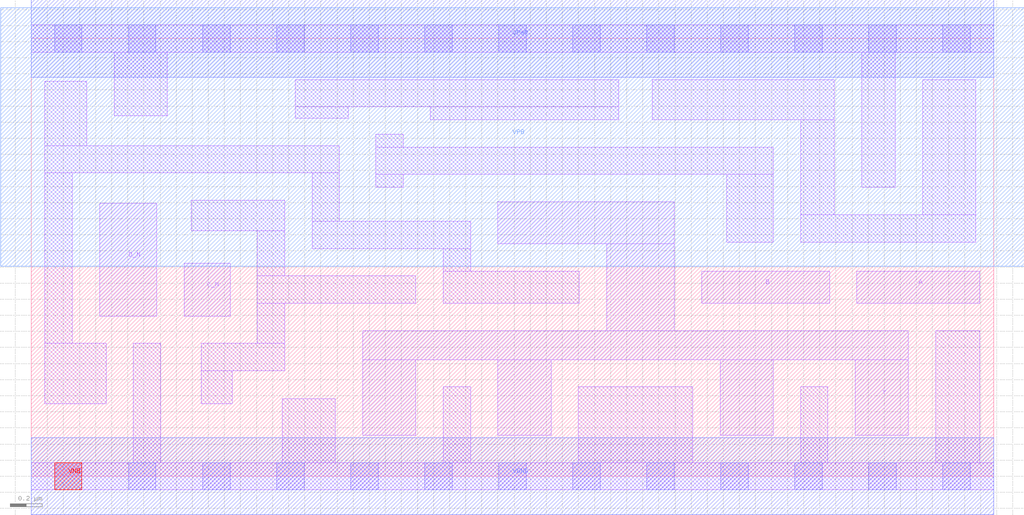
<source format=lef>
# Copyright 2020 The SkyWater PDK Authors
#
# Licensed under the Apache License, Version 2.0 (the "License");
# you may not use this file except in compliance with the License.
# You may obtain a copy of the License at
#
#     https://www.apache.org/licenses/LICENSE-2.0
#
# Unless required by applicable law or agreed to in writing, software
# distributed under the License is distributed on an "AS IS" BASIS,
# WITHOUT WARRANTIES OR CONDITIONS OF ANY KIND, either express or implied.
# See the License for the specific language governing permissions and
# limitations under the License.
#
# SPDX-License-Identifier: Apache-2.0

VERSION 5.7 ;
  NOWIREEXTENSIONATPIN ON ;
  DIVIDERCHAR "/" ;
  BUSBITCHARS "[]" ;
MACRO sky130_fd_sc_hd__nor4bb_2
  CLASS CORE ;
  FOREIGN sky130_fd_sc_hd__nor4bb_2 ;
  ORIGIN  0.000000  0.000000 ;
  SIZE  5.980000 BY  2.720000 ;
  SYMMETRY X Y R90 ;
  SITE unithd ;
  PIN A
    ANTENNAGATEAREA  0.495000 ;
    DIRECTION INPUT ;
    USE SIGNAL ;
    PORT
      LAYER li1 ;
        RECT 5.130000 1.075000 5.895000 1.275000 ;
    END
  END A
  PIN B
    ANTENNAGATEAREA  0.495000 ;
    DIRECTION INPUT ;
    USE SIGNAL ;
    PORT
      LAYER li1 ;
        RECT 4.165000 1.075000 4.960000 1.275000 ;
    END
  END B
  PIN C_N
    ANTENNAGATEAREA  0.126000 ;
    DIRECTION INPUT ;
    USE SIGNAL ;
    PORT
      LAYER li1 ;
        RECT 0.950000 0.995000 1.235000 1.325000 ;
    END
  END C_N
  PIN D_N
    ANTENNAGATEAREA  0.126000 ;
    DIRECTION INPUT ;
    USE SIGNAL ;
    PORT
      LAYER li1 ;
        RECT 0.425000 0.995000 0.780000 1.695000 ;
    END
  END D_N
  PIN VNB
    PORT
      LAYER pwell ;
        RECT 0.145000 -0.085000 0.315000 0.085000 ;
    END
  END VNB
  PIN VPB
    PORT
      LAYER nwell ;
        RECT -0.190000 1.305000 6.170000 2.910000 ;
    END
  END VPB
  PIN Y
    ANTENNADIFFAREA  0.972000 ;
    DIRECTION OUTPUT ;
    USE SIGNAL ;
    PORT
      LAYER li1 ;
        RECT 2.060000 0.255000 2.390000 0.725000 ;
        RECT 2.060000 0.725000 5.450000 0.905000 ;
        RECT 2.900000 0.255000 3.230000 0.725000 ;
        RECT 2.900000 1.445000 3.995000 1.705000 ;
        RECT 3.575000 0.905000 3.995000 1.445000 ;
        RECT 4.280000 0.255000 4.610000 0.725000 ;
        RECT 5.120000 0.255000 5.450000 0.725000 ;
    END
  END Y
  PIN VGND
    DIRECTION INOUT ;
    SHAPE ABUTMENT ;
    USE GROUND ;
    PORT
      LAYER met1 ;
        RECT 0.000000 -0.240000 5.980000 0.240000 ;
    END
  END VGND
  PIN VPWR
    DIRECTION INOUT ;
    SHAPE ABUTMENT ;
    USE POWER ;
    PORT
      LAYER met1 ;
        RECT 0.000000 2.480000 5.980000 2.960000 ;
    END
  END VPWR
  OBS
    LAYER li1 ;
      RECT 0.000000 -0.085000 5.980000 0.085000 ;
      RECT 0.000000  2.635000 5.980000 2.805000 ;
      RECT 0.085000  0.450000 0.465000 0.825000 ;
      RECT 0.085000  0.825000 0.255000 1.885000 ;
      RECT 0.085000  1.885000 1.915000 2.055000 ;
      RECT 0.085000  2.055000 0.345000 2.455000 ;
      RECT 0.515000  2.240000 0.845000 2.635000 ;
      RECT 0.635000  0.085000 0.805000 0.825000 ;
      RECT 0.995000  1.525000 1.575000 1.715000 ;
      RECT 1.055000  0.450000 1.250000 0.655000 ;
      RECT 1.055000  0.655000 1.575000 0.825000 ;
      RECT 1.405000  0.825000 1.575000 1.075000 ;
      RECT 1.405000  1.075000 2.390000 1.245000 ;
      RECT 1.405000  1.245000 1.575000 1.525000 ;
      RECT 1.560000  0.085000 1.890000 0.480000 ;
      RECT 1.640000  2.225000 1.970000 2.295000 ;
      RECT 1.640000  2.295000 3.650000 2.465000 ;
      RECT 1.745000  1.415000 2.730000 1.585000 ;
      RECT 1.745000  1.585000 1.915000 1.885000 ;
      RECT 2.140000  1.795000 2.310000 1.875000 ;
      RECT 2.140000  1.875000 4.610000 2.045000 ;
      RECT 2.140000  2.045000 2.310000 2.125000 ;
      RECT 2.480000  2.215000 3.650000 2.295000 ;
      RECT 2.560000  0.085000 2.730000 0.555000 ;
      RECT 2.560000  1.075000 3.405000 1.275000 ;
      RECT 2.560000  1.275000 2.730000 1.415000 ;
      RECT 3.400000  0.085000 4.110000 0.555000 ;
      RECT 3.860000  2.215000 4.990000 2.465000 ;
      RECT 4.320000  1.455000 4.610000 1.875000 ;
      RECT 4.780000  0.085000 4.950000 0.555000 ;
      RECT 4.780000  1.455000 5.870000 1.625000 ;
      RECT 4.780000  1.625000 4.990000 2.215000 ;
      RECT 5.160000  1.795000 5.370000 2.635000 ;
      RECT 5.540000  1.625000 5.870000 2.465000 ;
      RECT 5.620000  0.085000 5.895000 0.905000 ;
    LAYER mcon ;
      RECT 0.145000 -0.085000 0.315000 0.085000 ;
      RECT 0.145000  2.635000 0.315000 2.805000 ;
      RECT 0.605000 -0.085000 0.775000 0.085000 ;
      RECT 0.605000  2.635000 0.775000 2.805000 ;
      RECT 1.065000 -0.085000 1.235000 0.085000 ;
      RECT 1.065000  2.635000 1.235000 2.805000 ;
      RECT 1.525000 -0.085000 1.695000 0.085000 ;
      RECT 1.525000  2.635000 1.695000 2.805000 ;
      RECT 1.985000 -0.085000 2.155000 0.085000 ;
      RECT 1.985000  2.635000 2.155000 2.805000 ;
      RECT 2.445000 -0.085000 2.615000 0.085000 ;
      RECT 2.445000  2.635000 2.615000 2.805000 ;
      RECT 2.905000 -0.085000 3.075000 0.085000 ;
      RECT 2.905000  2.635000 3.075000 2.805000 ;
      RECT 3.365000 -0.085000 3.535000 0.085000 ;
      RECT 3.365000  2.635000 3.535000 2.805000 ;
      RECT 3.825000 -0.085000 3.995000 0.085000 ;
      RECT 3.825000  2.635000 3.995000 2.805000 ;
      RECT 4.285000 -0.085000 4.455000 0.085000 ;
      RECT 4.285000  2.635000 4.455000 2.805000 ;
      RECT 4.745000 -0.085000 4.915000 0.085000 ;
      RECT 4.745000  2.635000 4.915000 2.805000 ;
      RECT 5.205000 -0.085000 5.375000 0.085000 ;
      RECT 5.205000  2.635000 5.375000 2.805000 ;
      RECT 5.665000 -0.085000 5.835000 0.085000 ;
      RECT 5.665000  2.635000 5.835000 2.805000 ;
  END
END sky130_fd_sc_hd__nor4bb_2
END LIBRARY

</source>
